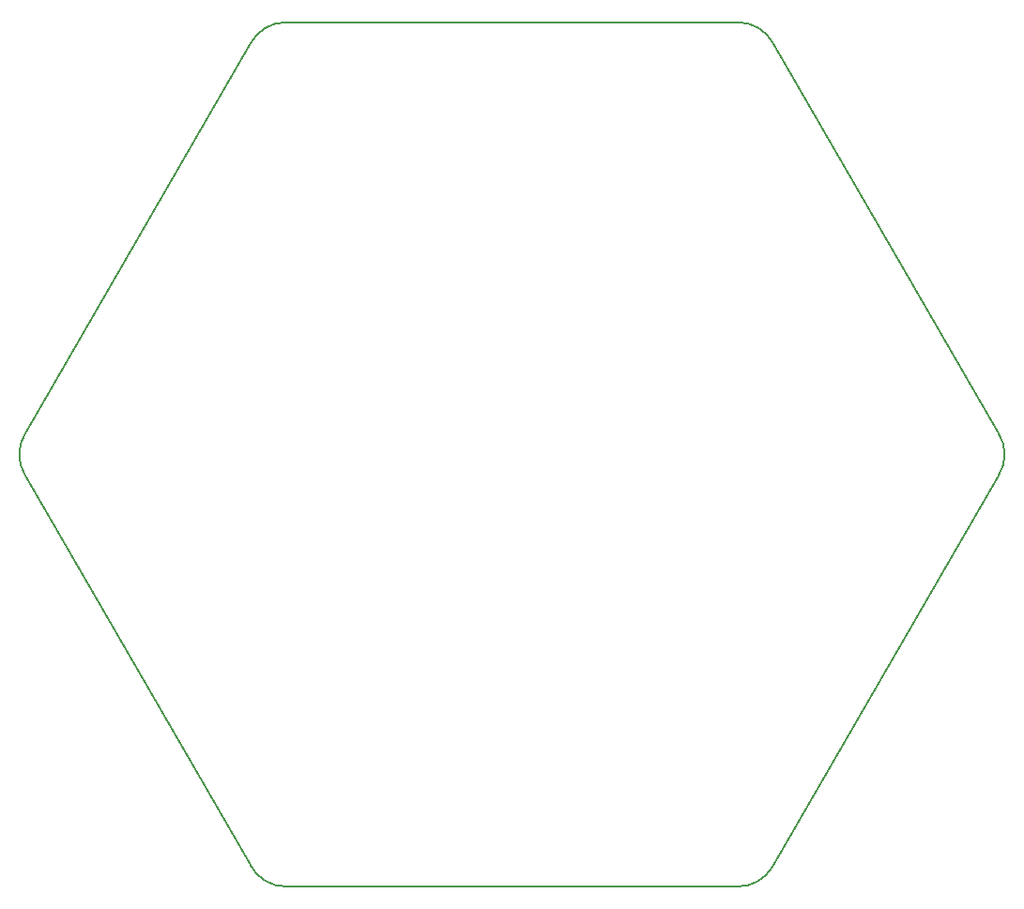
<source format=gbr>
%TF.GenerationSoftware,KiCad,Pcbnew,7.0.9*%
%TF.CreationDate,2024-05-28T15:48:04+02:00*%
%TF.ProjectId,ESP_DB_v1.0,4553505f-4442-45f7-9631-2e302e6b6963,rev?*%
%TF.SameCoordinates,Original*%
%TF.FileFunction,Profile,NP*%
%FSLAX46Y46*%
G04 Gerber Fmt 4.6, Leading zero omitted, Abs format (unit mm)*
G04 Created by KiCad (PCBNEW 7.0.9) date 2024-05-28 15:48:04*
%MOMM*%
%LPD*%
G01*
G04 APERTURE LIST*
%TA.AperFunction,Profile*%
%ADD10C,0.150000*%
%TD*%
G04 APERTURE END LIST*
D10*
X118525675Y-57813900D02*
G75*
G03*
X115400000Y-56000000I-3125675J-1786100D01*
G01*
X51100001Y-96900000D02*
X71420784Y-132088958D01*
X74600000Y-133999999D02*
X115400000Y-134000000D01*
X115400000Y-56000000D02*
X74600000Y-56000000D01*
X51100002Y-93100000D02*
G75*
G03*
X51100002Y-96900000I3099998J-1900000D01*
G01*
X74600000Y-56000000D02*
G75*
G03*
X71420783Y-57911041I0J-3600000D01*
G01*
X138900000Y-96900000D02*
G75*
G03*
X138900000Y-93100000I-3000000J1900000D01*
G01*
X115400000Y-133999999D02*
G75*
G03*
X118496407Y-132236370I0J3599999D01*
G01*
X71420784Y-132088958D02*
G75*
G03*
X74600000Y-133999999I3179216J1688958D01*
G01*
X118496408Y-132236370D02*
X138900000Y-96900000D01*
X138900000Y-93100000D02*
X118525675Y-57813900D01*
X71420783Y-57911041D02*
X51100000Y-93100000D01*
M02*

</source>
